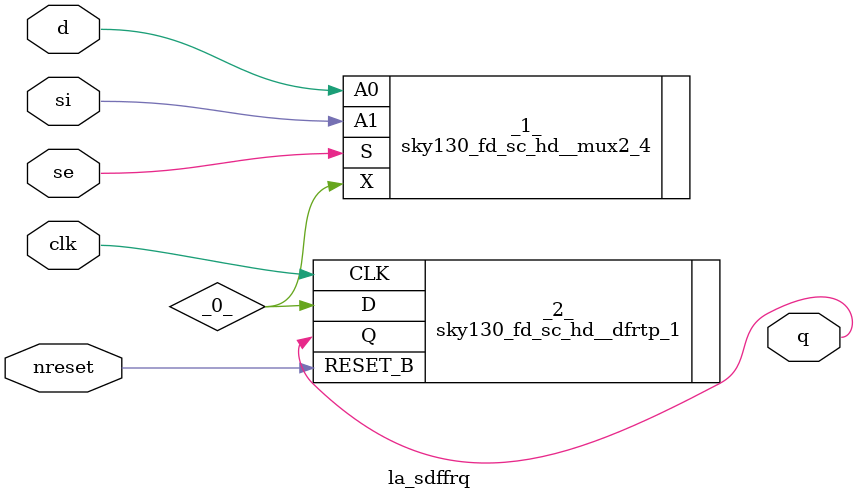
<source format=v>

/* Generated by Yosys 0.37 (git sha1 a5c7f69ed, clang 14.0.0-1ubuntu1.1 -fPIC -Os) */

module la_sdffrq(d, si, se, clk, nreset, q);
  wire _0_;
  input clk;
  wire clk;
  input d;
  wire d;
  input nreset;
  wire nreset;
  output q;
  wire q;
  input se;
  wire se;
  input si;
  wire si;
  sky130_fd_sc_hd__mux2_4 _1_ (
    .A0(d),
    .A1(si),
    .S(se),
    .X(_0_)
  );
  sky130_fd_sc_hd__dfrtp_1 _2_ (
    .CLK(clk),
    .D(_0_),
    .Q(q),
    .RESET_B(nreset)
  );
endmodule

</source>
